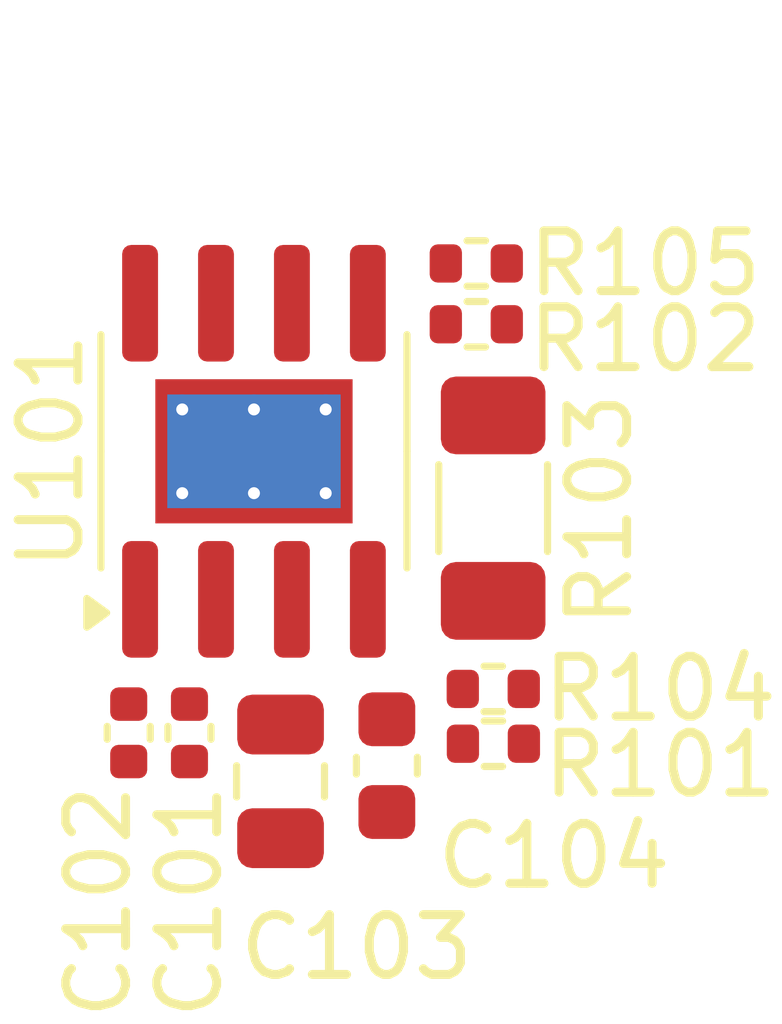
<source format=kicad_pcb>
(kicad_pcb (version 20240108) (generator "pcbnew") (generator_version "8.0")
  (layers (0 "F.Cu" signal) (31 "B.Cu" signal) (34 "B.Paste" user) (35 "F.Paste" user) (36 "B.SilkS" user "B.Silkscreen") (37 "F.SilkS" user "F.Silkscreen") (38 "B.Mask" user) (39 "F.Mask" user) (44 "Edge.Cuts" user))
  (net 0 "")
  (net 1 "/+3V3")
  (net 2 "/U+")
  (net 3 "/AMP_MOTOR0")
  (net 4 "/EMF_MOTOR0")
  (net 5 "/EMF_MOTOR1")
  (net 6 "/AMP_MOTOR1")
  (net 8 "/MOTOR0")
  (net 9 "/MOTOR1")
  (net 10 "PGND")
  (net 11 "/GND")
  (footprint "Resistor_SMD:R_0402_1005Metric" (layer "F.Cu") (at 145.545999 75.846 180)
    (property "Reference" "R101" (at -2.790001 -0.354 360) (layer "F.SilkS"))
    (property "Value" "6k8")
    (fp_line (start -0.153641 0.38) (end 0.153641 0.38) (stroke (width 0.12)) (layer "F.SilkS"))
    (fp_line (start -0.153641 -0.38) (end 0.153641 -0.38) (stroke (width 0.12)) (layer "F.SilkS"))
    (pad "1" smd roundrect (at -0.509999 0 180) (size 0.54 0.64) (layers "F.Cu" "F.Paste" "F.Mask") (net 4 "/EMF_MOTOR0"))
    (pad "2" smd roundrect (at 0.509999 0 180) (size 0.54 0.64) (layers "F.Cu" "F.Paste" "F.Mask") (net 3 "/AMP_MOTOR0"))
  )
  (footprint "Capacitor_SMD:C_0603_1608Metric" (layer "F.Cu") (at 143.764 76.213 -90)
    (property "Reference" "C104" (at 1.511 -2.794 0) (layer "F.SilkS"))
    (property "Value" "100nF")
    (fp_line (start -0.14058 0.51) (end 0.14058 0.51) (stroke (width 0.12)) (layer "F.SilkS"))
    (fp_line (start -0.14058 -0.51) (end 0.14058 -0.51) (stroke (width 0.12)) (layer "F.SilkS"))
    (pad "1" smd roundrect (at -0.775 0 270) (size 0.9 0.95) (layers "F.Cu" "F.Paste" "F.Mask") (net 2 "/U+"))
    (pad "2" smd roundrect (at 0.775 0 270) (size 0.9 0.95) (layers "F.Cu" "F.Paste" "F.Mask") (net 11 "/GND"))
  )
  (footprint "Resistor_SMD:R_0402_1005Metric" (layer "F.Cu") (at 145.26 68.834)
    (property "Reference" "R105" (at 2.822 -1.016 360) (layer "F.SilkS"))
    (property "Value" "1k")
    (fp_line (start -0.153641 -0.38) (end 0.153641 -0.38) (stroke (width 0.12)) (layer "F.SilkS"))
    (fp_line (start -0.153641 0.38) (end 0.153641 0.38) (stroke (width 0.12)) (layer "F.SilkS"))
    (pad "1" smd roundrect (at -0.509999 0) (size 0.54 0.64) (layers "F.Cu" "F.Paste" "F.Mask") (net 5 "/EMF_MOTOR1"))
    (pad "2" smd roundrect (at 0.509999 0) (size 0.54 0.64) (layers "F.Cu" "F.Paste" "F.Mask") (net 11 "/GND"))
  )
  (footprint "Capacitor_SMD:C_0402_1005Metric" (layer "F.Cu") (at 139.446 75.664 90)
    (property "Reference" "C102" (at -2.822 -0.508 90) (layer "F.SilkS"))
    (property "Value" "10uF")
    (fp_line (start -0.107836 -0.36) (end 0.107836 -0.36) (stroke (width 0.12)) (layer "F.SilkS"))
    (fp_line (start -0.107836 0.36) (end 0.107836 0.36) (stroke (width 0.12)) (layer "F.SilkS"))
    (pad "1" smd roundrect (at -0.48 0 90) (size 0.56 0.62) (layers "F.Cu" "F.Paste" "F.Mask") (net 11 "/GND"))
    (pad "2" smd roundrect (at 0.48 0 90) (size 0.56 0.62) (layers "F.Cu" "F.Paste" "F.Mask") (net 1 "/+3V3"))
  )
  (footprint "Resistor_SMD:R_0402_1005Metric" (layer "F.Cu") (at 145.543999 74.93 180)
    (property "Reference" "R104" (at -2.792001 0 360) (layer "F.SilkS"))
    (property "Value" "1k")
    (fp_line (start -0.153641 0.38) (end 0.153641 0.38) (stroke (width 0.12)) (layer "F.SilkS"))
    (fp_line (start -0.153641 -0.38) (end 0.153641 -0.38) (stroke (width 0.12)) (layer "F.SilkS"))
    (pad "1" smd roundrect (at -0.509999 0 180) (size 0.54 0.64) (layers "F.Cu" "F.Paste" "F.Mask") (net 4 "/EMF_MOTOR0"))
    (pad "2" smd roundrect (at 0.509999 0 180) (size 0.54 0.64) (layers "F.Cu" "F.Paste" "F.Mask") (net 11 "/GND"))
  )
  (footprint "Package_SO:SOIC-8-1EP_3.9x4.9mm_P1.27mm_EP2.41x3.3mm_ThermalVias" (layer "F.Cu") (at 141.541 70.958 90)
    (property "Reference" "U101" (at 0 -3.4 90) (layer "F.SilkS"))
    (property "Value" "BDR6133")
    (fp_line (start 0 -2.56) (end 1.95 -2.56) (stroke (width 0.12)) (layer "F.SilkS"))
    (fp_line (start 0 -2.56) (end -1.95 -2.56) (stroke (width 0.12)) (layer "F.SilkS"))
    (fp_line (start 0 2.56) (end 1.95 2.56) (stroke (width 0.12)) (layer "F.SilkS"))
    (fp_line (start 0 2.56) (end -1.95 2.56) (stroke (width 0.12)) (layer "F.SilkS"))
    (fp_poly (pts (xy -2.7 -2.465) (xy -2.94 -2.795) (xy -2.46 -2.795) (xy -2.7 -2.465)) (stroke (width 0.12)) (fill solid) (layer "F.SilkS"))
    (pad "1" smd roundrect (at -2.475 -1.905 90) (size 1.95 0.6) (layers "F.Cu" "F.Paste" "F.Mask") (net 10 "PGND"))
    (pad "2" smd roundrect (at -2.475 -0.635 90) (size 1.95 0.6) (layers "F.Cu" "F.Paste" "F.Mask") (net 1 "/+3V3"))
    (pad "3" smd roundrect (at -2.475 0.635 90) (size 1.95 0.6) (layers "F.Cu" "F.Paste" "F.Mask") (net 2 "/U+"))
    (pad "4" smd roundrect (at -2.475 1.905 90) (size 1.95 0.6) (layers "F.Cu" "F.Paste" "F.Mask") (net 3 "/AMP_MOTOR0"))
    (pad "5" smd roundrect (at 2.475 1.905 90) (size 1.95 0.6) (layers "F.Cu" "F.Paste" "F.Mask") (net 6 "/AMP_MOTOR1"))
    (pad "6" smd roundrect (at 2.475 0.635 90) (size 1.95 0.6) (layers "F.Cu" "F.Paste" "F.Mask") (net 8 "/MOTOR0"))
    (pad "7" smd roundrect (at 2.475 -0.635 90) (size 1.95 0.6) (layers "F.Cu" "F.Paste" "F.Mask") (net 9 "/MOTOR1"))
    (pad "8" smd roundrect (at 2.475 -1.905 90) (size 1.95 0.6) (layers "F.Cu" "F.Paste" "F.Mask"))
    (pad "9" thru_hole circle (at -0.7 -1.2 90) (size 0.5 0.5) (drill 0.2) (property pad_prop_heatsink) (layers "*.Cu" "In1.Cu" "In2.Cu" "In3.Cu" "In4.Cu" "In5.Cu" "In6.Cu" "In7.Cu" "In8.Cu" "In9.Cu" "In10.Cu" "In11.Cu" "In12.Cu" "In13.Cu" "In14.Cu" "In15.Cu" "In16.Cu" "In17.Cu" "In18.Cu" "In19.Cu" "In20.Cu" "In21.Cu" "In22.Cu" "In23.Cu" "In24.Cu" "In25.Cu" "In26.Cu" "In27.Cu" "In28.Cu" "In29.Cu" "In30.Cu") (net 10 "PGND"))
    (pad "9" thru_hole circle (at -0.7 0 90) (size 0.5 0.5) (drill 0.2) (property pad_prop_heatsink) (layers "*.Cu" "In1.Cu" "In2.Cu" "In3.Cu" "In4.Cu" "In5.Cu" "In6.Cu" "In7.Cu" "In8.Cu" "In9.Cu" "In10.Cu" "In11.Cu" "In12.Cu" "In13.Cu" "In14.Cu" "In15.Cu" "In16.Cu" "In17.Cu" "In18.Cu" "In19.Cu" "In20.Cu" "In21.Cu" "In22.Cu" "In23.Cu" "In24.Cu" "In25.Cu" "In26.Cu" "In27.Cu" "In28.Cu" "In29.Cu" "In30.Cu") (net 10 "PGND"))
    (pad "9" thru_hole circle (at -0.7 1.2 90) (size 0.5 0.5) (drill 0.2) (property pad_prop_heatsink) (layers "*.Cu" "In1.Cu" "In2.Cu" "In3.Cu" "In4.Cu" "In5.Cu" "In6.Cu" "In7.Cu" "In8.Cu" "In9.Cu" "In10.Cu" "In11.Cu" "In12.Cu" "In13.Cu" "In14.Cu" "In15.Cu" "In16.Cu" "In17.Cu" "In18.Cu" "In19.Cu" "In20.Cu" "In21.Cu" "In22.Cu" "In23.Cu" "In24.Cu" "In25.Cu" "In26.Cu" "In27.Cu" "In28.Cu" "In29.Cu" "In30.Cu") (net 10 "PGND"))
    (pad "9" smd rect (at 0 0 90) (size 1.9 2.9) (property pad_prop_heatsink) (layers "B.Cu") (net 10 "PGND"))
    (pad "9" smd rect (at 0 0 90) (size 2.41 3.3) (property pad_prop_heatsink) (layers "F.Cu" "F.Mask") (net 10 "PGND"))
    (pad "9" thru_hole circle (at 0.7 -1.2 90) (size 0.5 0.5) (drill 0.2) (property pad_prop_heatsink) (layers "*.Cu" "In1.Cu" "In2.Cu" "In3.Cu" "In4.Cu" "In5.Cu" "In6.Cu" "In7.Cu" "In8.Cu" "In9.Cu" "In10.Cu" "In11.Cu" "In12.Cu" "In13.Cu" "In14.Cu" "In15.Cu" "In16.Cu" "In17.Cu" "In18.Cu" "In19.Cu" "In20.Cu" "In21.Cu" "In22.Cu" "In23.Cu" "In24.Cu" "In25.Cu" "In26.Cu" "In27.Cu" "In28.Cu" "In29.Cu" "In30.Cu") (net 10 "PGND"))
    (pad "9" thru_hole circle (at 0.7 0 90) (size 0.5 0.5) (drill 0.2) (property pad_prop_heatsink) (layers "*.Cu" "In1.Cu" "In2.Cu" "In3.Cu" "In4.Cu" "In5.Cu" "In6.Cu" "In7.Cu" "In8.Cu" "In9.Cu" "In10.Cu" "In11.Cu" "In12.Cu" "In13.Cu" "In14.Cu" "In15.Cu" "In16.Cu" "In17.Cu" "In18.Cu" "In19.Cu" "In20.Cu" "In21.Cu" "In22.Cu" "In23.Cu" "In24.Cu" "In25.Cu" "In26.Cu" "In27.Cu" "In28.Cu" "In29.Cu" "In30.Cu") (net 10 "PGND"))
    (pad "9" thru_hole circle (at 0.7 1.2 90) (size 0.5 0.5) (drill 0.2) (property pad_prop_heatsink) (layers "*.Cu" "In1.Cu" "In2.Cu" "In3.Cu" "In4.Cu" "In5.Cu" "In6.Cu" "In7.Cu" "In8.Cu" "In9.Cu" "In10.Cu" "In11.Cu" "In12.Cu" "In13.Cu" "In14.Cu" "In15.Cu" "In16.Cu" "In17.Cu" "In18.Cu" "In19.Cu" "In20.Cu" "In21.Cu" "In22.Cu" "In23.Cu" "In24.Cu" "In25.Cu" "In26.Cu" "In27.Cu" "In28.Cu" "In29.Cu" "In30.Cu") (net 10 "PGND"))
  )
  (footprint "Capacitor_SMD:C_0805_2012Metric" (layer "F.Cu") (at 141.986 76.4755 -90)
    (property "Reference" "C103" (at 2.7725 -1.27 0) (layer "F.SilkS"))
    (property "Value" "10uF")
    (fp_line (start -0.261252 0.735) (end 0.261252 0.735) (stroke (width 0.12)) (layer "F.SilkS"))
    (fp_line (start -0.261252 -0.735) (end 0.261252 -0.735) (stroke (width 0.12)) (layer "F.SilkS"))
    (pad "1" smd roundrect (at -0.95 0 270) (size 1 1.45) (layers "F.Cu" "F.Paste" "F.Mask") (net 2 "/U+"))
    (pad "2" smd roundrect (at 0.95 0 270) (size 1 1.45) (layers "F.Cu" "F.Paste" "F.Mask") (net 11 "/GND"))
  )
  (footprint "Resistor_SMD:R_0402_1005Metric" (layer "F.Cu") (at 145.26 67.818 180)
    (property "Reference" "R102" (at -2.822 -1.27 360) (layer "F.SilkS"))
    (property "Value" "6k8")
    (fp_line (start -0.153641 0.38) (end 0.153641 0.38) (stroke (width 0.12)) (layer "F.SilkS"))
    (fp_line (start -0.153641 -0.38) (end 0.153641 -0.38) (stroke (width 0.12)) (layer "F.SilkS"))
    (pad "1" smd roundrect (at -0.509999 0 180) (size 0.54 0.64) (layers "F.Cu" "F.Paste" "F.Mask") (net 5 "/EMF_MOTOR1"))
    (pad "2" smd roundrect (at 0.509999 0 180) (size 0.54 0.64) (layers "F.Cu" "F.Paste" "F.Mask") (net 6 "/AMP_MOTOR1"))
  )
  (footprint "Resistor_SMD:R_1206_3216Metric_Pad1.30x1.75mm_HandSolder" (layer "F.Cu") (at 145.542 71.908001 90)
    (property "Reference" "R103" (at -0.026001 1.778 90) (layer "F.SilkS"))
    (property "Value" "0R1")
    (fp_line (start -0.727064 -0.91) (end 0.727064 -0.91) (stroke (width 0.12)) (layer "F.SilkS"))
    (fp_line (start -0.727064 0.91) (end 0.727064 0.91) (stroke (width 0.12)) (layer "F.SilkS"))
    (pad "1" smd roundrect (at -1.550001 0 90) (size 1.3 1.75) (layers "F.Cu" "F.Paste" "F.Mask") (roundrect_rratio 0.192308) (net 11 "/GND"))
    (pad "2" smd roundrect (at 1.550001 0 90) (size 1.3 1.75) (layers "F.Cu" "F.Paste" "F.Mask") (roundrect_rratio 0.192308) (net 10 "PGND"))
  )
  (footprint "Capacitor_SMD:C_0402_1005Metric" (layer "F.Cu") (at 140.462 75.664 -90)
    (property "Reference" "C101" (at 2.822 0 -90) (layer "F.SilkS"))
    (property "Value" "100nF")
    (fp_line (start -0.107836 0.36) (end 0.107836 0.36) (stroke (width 0.12)) (layer "F.SilkS"))
    (fp_line (start -0.107836 -0.36) (end 0.107836 -0.36) (stroke (width 0.12)) (layer "F.SilkS"))
    (pad "1" smd roundrect (at -0.48 0 270) (size 0.56 0.62) (layers "F.Cu" "F.Paste" "F.Mask") (net 1 "/+3V3"))
    (pad "2" smd roundrect (at 0.48 0 270) (size 0.56 0.62) (layers "F.Cu" "F.Paste" "F.Mask") (net 11 "/GND"))
  )
)
</source>
